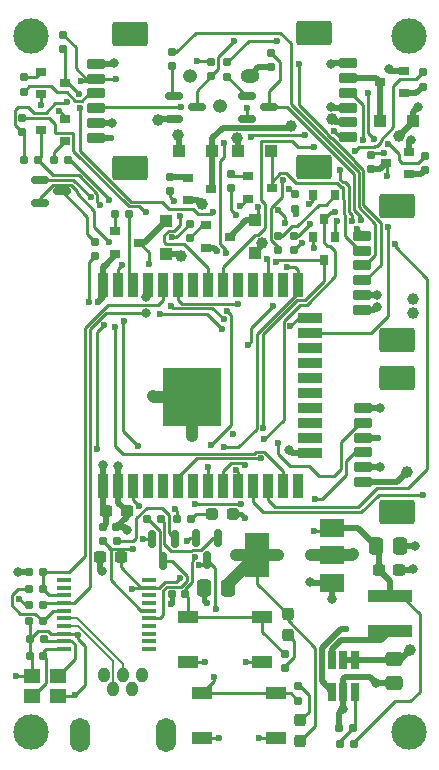
<source format=gbr>
G04 #@! TF.GenerationSoftware,KiCad,Pcbnew,6.0.4-6f826c9f35~116~ubuntu20.04.1*
G04 #@! TF.CreationDate,2022-06-15T17:18:02-05:00*
G04 #@! TF.ProjectId,strike-controller,73747269-6b65-42d6-936f-6e74726f6c6c,rev?*
G04 #@! TF.SameCoordinates,Original*
G04 #@! TF.FileFunction,Copper,L1,Top*
G04 #@! TF.FilePolarity,Positive*
%FSLAX46Y46*%
G04 Gerber Fmt 4.6, Leading zero omitted, Abs format (unit mm)*
G04 Created by KiCad (PCBNEW 6.0.4-6f826c9f35~116~ubuntu20.04.1) date 2022-06-15 17:18:02*
%MOMM*%
%LPD*%
G01*
G04 APERTURE LIST*
G04 Aperture macros list*
%AMRoundRect*
0 Rectangle with rounded corners*
0 $1 Rounding radius*
0 $2 $3 $4 $5 $6 $7 $8 $9 X,Y pos of 4 corners*
0 Add a 4 corners polygon primitive as box body*
4,1,4,$2,$3,$4,$5,$6,$7,$8,$9,$2,$3,0*
0 Add four circle primitives for the rounded corners*
1,1,$1+$1,$2,$3*
1,1,$1+$1,$4,$5*
1,1,$1+$1,$6,$7*
1,1,$1+$1,$8,$9*
0 Add four rect primitives between the rounded corners*
20,1,$1+$1,$2,$3,$4,$5,0*
20,1,$1+$1,$4,$5,$6,$7,0*
20,1,$1+$1,$6,$7,$8,$9,0*
20,1,$1+$1,$8,$9,$2,$3,0*%
G04 Aperture macros list end*
G04 #@! TA.AperFunction,SMDPad,CuDef*
%ADD10RoundRect,0.160000X0.197500X0.160000X-0.197500X0.160000X-0.197500X-0.160000X0.197500X-0.160000X0*%
G04 #@! TD*
G04 #@! TA.AperFunction,SMDPad,CuDef*
%ADD11RoundRect,0.237500X0.300000X0.237500X-0.300000X0.237500X-0.300000X-0.237500X0.300000X-0.237500X0*%
G04 #@! TD*
G04 #@! TA.AperFunction,SMDPad,CuDef*
%ADD12RoundRect,0.250000X-0.337500X-0.475000X0.337500X-0.475000X0.337500X0.475000X-0.337500X0.475000X0*%
G04 #@! TD*
G04 #@! TA.AperFunction,SMDPad,CuDef*
%ADD13RoundRect,0.250000X0.337500X0.475000X-0.337500X0.475000X-0.337500X-0.475000X0.337500X-0.475000X0*%
G04 #@! TD*
G04 #@! TA.AperFunction,SMDPad,CuDef*
%ADD14RoundRect,0.237500X0.237500X-0.287500X0.237500X0.287500X-0.237500X0.287500X-0.237500X-0.287500X0*%
G04 #@! TD*
G04 #@! TA.AperFunction,SMDPad,CuDef*
%ADD15RoundRect,0.237500X-0.287500X-0.237500X0.287500X-0.237500X0.287500X0.237500X-0.287500X0.237500X0*%
G04 #@! TD*
G04 #@! TA.AperFunction,SMDPad,CuDef*
%ADD16R,1.100000X1.100000*%
G04 #@! TD*
G04 #@! TA.AperFunction,SMDPad,CuDef*
%ADD17R,0.900000X0.800000*%
G04 #@! TD*
G04 #@! TA.AperFunction,SMDPad,CuDef*
%ADD18R,0.800000X0.900000*%
G04 #@! TD*
G04 #@! TA.AperFunction,SMDPad,CuDef*
%ADD19RoundRect,0.160000X-0.160000X0.197500X-0.160000X-0.197500X0.160000X-0.197500X0.160000X0.197500X0*%
G04 #@! TD*
G04 #@! TA.AperFunction,SMDPad,CuDef*
%ADD20RoundRect,0.160000X-0.197500X-0.160000X0.197500X-0.160000X0.197500X0.160000X-0.197500X0.160000X0*%
G04 #@! TD*
G04 #@! TA.AperFunction,SMDPad,CuDef*
%ADD21RoundRect,0.160000X0.160000X-0.197500X0.160000X0.197500X-0.160000X0.197500X-0.160000X-0.197500X0*%
G04 #@! TD*
G04 #@! TA.AperFunction,SMDPad,CuDef*
%ADD22R,2.000000X1.500000*%
G04 #@! TD*
G04 #@! TA.AperFunction,SMDPad,CuDef*
%ADD23R,2.000000X3.800000*%
G04 #@! TD*
G04 #@! TA.AperFunction,SMDPad,CuDef*
%ADD24R,1.700000X1.000000*%
G04 #@! TD*
G04 #@! TA.AperFunction,SMDPad,CuDef*
%ADD25R,0.900000X2.000000*%
G04 #@! TD*
G04 #@! TA.AperFunction,SMDPad,CuDef*
%ADD26R,2.000000X0.900000*%
G04 #@! TD*
G04 #@! TA.AperFunction,SMDPad,CuDef*
%ADD27R,5.000000X5.000000*%
G04 #@! TD*
G04 #@! TA.AperFunction,SMDPad,CuDef*
%ADD28RoundRect,0.155000X0.212500X0.155000X-0.212500X0.155000X-0.212500X-0.155000X0.212500X-0.155000X0*%
G04 #@! TD*
G04 #@! TA.AperFunction,SMDPad,CuDef*
%ADD29RoundRect,0.237500X-0.237500X0.287500X-0.237500X-0.287500X0.237500X-0.287500X0.237500X0.287500X0*%
G04 #@! TD*
G04 #@! TA.AperFunction,SMDPad,CuDef*
%ADD30RoundRect,0.200000X0.600000X-0.200000X0.600000X0.200000X-0.600000X0.200000X-0.600000X-0.200000X0*%
G04 #@! TD*
G04 #@! TA.AperFunction,SMDPad,CuDef*
%ADD31RoundRect,0.250000X1.250000X-0.800000X1.250000X0.800000X-1.250000X0.800000X-1.250000X-0.800000X0*%
G04 #@! TD*
G04 #@! TA.AperFunction,ComponentPad*
%ADD32C,3.000000*%
G04 #@! TD*
G04 #@! TA.AperFunction,SMDPad,CuDef*
%ADD33RoundRect,0.200000X-0.600000X0.200000X-0.600000X-0.200000X0.600000X-0.200000X0.600000X0.200000X0*%
G04 #@! TD*
G04 #@! TA.AperFunction,SMDPad,CuDef*
%ADD34RoundRect,0.250000X-1.250000X0.800000X-1.250000X-0.800000X1.250000X-0.800000X1.250000X0.800000X0*%
G04 #@! TD*
G04 #@! TA.AperFunction,SMDPad,CuDef*
%ADD35RoundRect,0.150000X-0.587500X-0.150000X0.587500X-0.150000X0.587500X0.150000X-0.587500X0.150000X0*%
G04 #@! TD*
G04 #@! TA.AperFunction,ComponentPad*
%ADD36O,1.000000X1.300000*%
G04 #@! TD*
G04 #@! TA.AperFunction,ComponentPad*
%ADD37O,1.700000X2.900000*%
G04 #@! TD*
G04 #@! TA.AperFunction,SMDPad,CuDef*
%ADD38RoundRect,0.150000X-0.150000X0.587500X-0.150000X-0.587500X0.150000X-0.587500X0.150000X0.587500X0*%
G04 #@! TD*
G04 #@! TA.AperFunction,SMDPad,CuDef*
%ADD39R,3.700000X1.100000*%
G04 #@! TD*
G04 #@! TA.AperFunction,SMDPad,CuDef*
%ADD40RoundRect,0.250000X-0.475000X0.337500X-0.475000X-0.337500X0.475000X-0.337500X0.475000X0.337500X0*%
G04 #@! TD*
G04 #@! TA.AperFunction,SMDPad,CuDef*
%ADD41RoundRect,0.140000X-0.170000X0.140000X-0.170000X-0.140000X0.170000X-0.140000X0.170000X0.140000X0*%
G04 #@! TD*
G04 #@! TA.AperFunction,SMDPad,CuDef*
%ADD42RoundRect,0.237500X-0.300000X-0.237500X0.300000X-0.237500X0.300000X0.237500X-0.300000X0.237500X0*%
G04 #@! TD*
G04 #@! TA.AperFunction,SMDPad,CuDef*
%ADD43R,0.650000X1.560000*%
G04 #@! TD*
G04 #@! TA.AperFunction,SMDPad,CuDef*
%ADD44R,1.400000X1.200000*%
G04 #@! TD*
G04 #@! TA.AperFunction,SMDPad,CuDef*
%ADD45R,1.270000X0.325000*%
G04 #@! TD*
G04 #@! TA.AperFunction,ComponentPad*
%ADD46O,1.600000X1.200000*%
G04 #@! TD*
G04 #@! TA.AperFunction,ComponentPad*
%ADD47O,1.200000X1.200000*%
G04 #@! TD*
G04 #@! TA.AperFunction,ViaPad*
%ADD48C,1.000000*%
G04 #@! TD*
G04 #@! TA.AperFunction,ViaPad*
%ADD49C,0.600000*%
G04 #@! TD*
G04 #@! TA.AperFunction,ViaPad*
%ADD50C,0.800000*%
G04 #@! TD*
G04 #@! TA.AperFunction,Conductor*
%ADD51C,0.250000*%
G04 #@! TD*
G04 #@! TA.AperFunction,Conductor*
%ADD52C,1.000000*%
G04 #@! TD*
G04 #@! TA.AperFunction,Conductor*
%ADD53C,0.500000*%
G04 #@! TD*
G04 #@! TA.AperFunction,Conductor*
%ADD54C,0.400000*%
G04 #@! TD*
G04 #@! TA.AperFunction,Conductor*
%ADD55C,0.200000*%
G04 #@! TD*
G04 APERTURE END LIST*
D10*
X159847500Y-116880000D03*
X158652500Y-116880000D03*
D11*
X140582500Y-97180000D03*
X138857500Y-97180000D03*
D12*
X161692500Y-100110000D03*
X163767500Y-100110000D03*
D13*
X149207500Y-103690000D03*
X147132500Y-103690000D03*
D14*
X154220000Y-107640000D03*
X154220000Y-105890000D03*
D15*
X147820000Y-97430000D03*
X149570000Y-97430000D03*
D16*
X164840000Y-64130000D03*
X162040000Y-64130000D03*
X144990000Y-66660000D03*
X147790000Y-66660000D03*
X143897500Y-75382500D03*
X143897500Y-72582500D03*
X151450000Y-75290000D03*
X151450000Y-72490000D03*
D17*
X164070000Y-61780000D03*
X164070000Y-59880000D03*
X162070000Y-60830000D03*
X135340000Y-65840000D03*
X135340000Y-63940000D03*
X133340000Y-64890000D03*
X145770000Y-68930000D03*
X145770000Y-70830000D03*
X147770000Y-69880000D03*
X164530000Y-68660000D03*
X164530000Y-66760000D03*
X162530000Y-67710000D03*
X133340000Y-59990000D03*
X133340000Y-61890000D03*
X135340000Y-60940000D03*
X150870000Y-68820000D03*
X150870000Y-70720000D03*
X152870000Y-69770000D03*
D18*
X158250000Y-73940000D03*
X156350000Y-73940000D03*
X157300000Y-75940000D03*
D17*
X139630000Y-73480000D03*
X139630000Y-75380000D03*
X141630000Y-74430000D03*
D18*
X158230000Y-70440000D03*
X156330000Y-70440000D03*
X157280000Y-72440000D03*
D17*
X147300000Y-72970000D03*
X147300000Y-74870000D03*
X149300000Y-73920000D03*
D19*
X165650000Y-60025000D03*
X165650000Y-61220000D03*
D20*
X134455000Y-67420000D03*
X135650000Y-67420000D03*
D10*
X133090000Y-67430000D03*
X131895000Y-67430000D03*
D21*
X144285000Y-70042500D03*
X144285000Y-68847500D03*
X165860000Y-68297500D03*
X165860000Y-67102500D03*
X161260000Y-68167500D03*
X161260000Y-66972500D03*
D19*
X131890000Y-60445000D03*
X131890000Y-61640000D03*
D21*
X149407500Y-69847500D03*
X149407500Y-68652500D03*
X135210000Y-58017500D03*
X135210000Y-56822500D03*
D10*
X140785000Y-72000000D03*
X139590000Y-72000000D03*
D19*
X131740000Y-63840000D03*
X131740000Y-65035000D03*
X153420000Y-73872500D03*
X153420000Y-75067500D03*
X145940000Y-72820000D03*
X145940000Y-74015000D03*
D22*
X157950000Y-103220000D03*
D23*
X151650000Y-100920000D03*
D22*
X157950000Y-100920000D03*
X157950000Y-98620000D03*
D24*
X146930000Y-112565000D03*
X153230000Y-112565000D03*
X146930000Y-116365000D03*
X153230000Y-116365000D03*
X145770000Y-106100000D03*
X152070000Y-106100000D03*
X152070000Y-109900000D03*
X145770000Y-109900000D03*
D25*
X138600000Y-95000000D03*
X139870000Y-95000000D03*
X141140000Y-95000000D03*
X142410000Y-95000000D03*
X143680000Y-95000000D03*
X144950000Y-95000000D03*
X146220000Y-95000000D03*
X147490000Y-95000000D03*
X148760000Y-95000000D03*
X150030000Y-95000000D03*
X151300000Y-95000000D03*
X152570000Y-95000000D03*
X153840000Y-95000000D03*
X155110000Y-95000000D03*
D26*
X156110000Y-92215000D03*
X156110000Y-90945000D03*
X156110000Y-89675000D03*
X156110000Y-88405000D03*
X156110000Y-87135000D03*
X156110000Y-85865000D03*
X156110000Y-84595000D03*
X156110000Y-83325000D03*
X156110000Y-82055000D03*
X156110000Y-80785000D03*
D25*
X155110000Y-78000000D03*
X153840000Y-78000000D03*
X152570000Y-78000000D03*
X151300000Y-78000000D03*
X150030000Y-78000000D03*
X148760000Y-78000000D03*
X147490000Y-78000000D03*
X146220000Y-78000000D03*
X144950000Y-78000000D03*
X143680000Y-78000000D03*
X142410000Y-78000000D03*
X141140000Y-78000000D03*
X139870000Y-78000000D03*
X138600000Y-78000000D03*
D27*
X146100000Y-87500000D03*
D21*
X155100000Y-113200000D03*
X155100000Y-112005000D03*
D28*
X139705000Y-98550000D03*
X138570000Y-98550000D03*
X145537500Y-104210000D03*
X144402500Y-104210000D03*
D19*
X153970000Y-109272500D03*
X153970000Y-110467500D03*
D21*
X154810000Y-71547500D03*
X154810000Y-70352500D03*
D29*
X155302500Y-114870000D03*
X155302500Y-116620000D03*
D30*
X160570000Y-94700000D03*
X160570000Y-93450000D03*
X160570000Y-92200000D03*
X160570000Y-90950000D03*
X160570000Y-89700000D03*
X160570000Y-88450000D03*
D31*
X163470000Y-97250000D03*
X163470000Y-85900000D03*
D30*
X137960000Y-65555000D03*
X137960000Y-64305000D03*
X137960000Y-63055000D03*
X137960000Y-61805000D03*
X137960000Y-60555000D03*
X137960000Y-59305000D03*
D31*
X140860000Y-56755000D03*
X140860000Y-68105000D03*
D16*
X149980000Y-66690000D03*
X152780000Y-66690000D03*
D32*
X132525000Y-115900000D03*
X164490000Y-115900000D03*
X132500000Y-56950000D03*
X164480000Y-56940000D03*
D33*
X159370000Y-59250000D03*
X159370000Y-60500000D03*
X159370000Y-61750000D03*
X159370000Y-63000000D03*
X159370000Y-64250000D03*
X159370000Y-65500000D03*
D34*
X156470000Y-56700000D03*
X156470000Y-68050000D03*
D30*
X160550000Y-80110000D03*
X160550000Y-78860000D03*
X160550000Y-77610000D03*
X160550000Y-76360000D03*
X160550000Y-75110000D03*
X160550000Y-73860000D03*
D31*
X163450000Y-71310000D03*
X163450000Y-82660000D03*
D10*
X146070000Y-97790000D03*
X144875000Y-97790000D03*
D19*
X154770000Y-73855000D03*
X154770000Y-75050000D03*
D35*
X133222500Y-69150000D03*
X133222500Y-71050000D03*
X135097500Y-70100000D03*
D36*
X138667100Y-111025500D03*
X139454500Y-112219300D03*
X140267300Y-111025500D03*
X141080100Y-112244700D03*
X141867500Y-111025500D03*
D37*
X136635100Y-116080100D03*
X143924900Y-116080100D03*
D28*
X133560000Y-107960000D03*
X132425000Y-107960000D03*
D19*
X152810000Y-58400000D03*
X152810000Y-59595000D03*
D35*
X144635000Y-62040000D03*
X144635000Y-63940000D03*
X146510000Y-62990000D03*
D19*
X137940000Y-74365000D03*
X137940000Y-75560000D03*
D38*
X148330000Y-99460000D03*
X146430000Y-99460000D03*
X147380000Y-101335000D03*
D10*
X159792500Y-115492500D03*
X158597500Y-115492500D03*
D39*
X162910000Y-107330000D03*
X162900000Y-104330000D03*
D35*
X150755000Y-62040000D03*
X150755000Y-63940000D03*
X152630000Y-62990000D03*
D21*
X147760000Y-60355000D03*
X147760000Y-59160000D03*
D10*
X143537500Y-97800000D03*
X142342500Y-97800000D03*
D40*
X163230000Y-109645000D03*
X163230000Y-111720000D03*
D21*
X144440000Y-59505000D03*
X144440000Y-58310000D03*
D10*
X133505000Y-102290000D03*
X132310000Y-102290000D03*
D11*
X140072500Y-101090000D03*
X138347500Y-101090000D03*
D41*
X159040000Y-107120000D03*
X159040000Y-108080000D03*
D42*
X161927500Y-102110000D03*
X163652500Y-102110000D03*
D43*
X157990000Y-112470000D03*
X158940000Y-112470000D03*
X159890000Y-112470000D03*
X159890000Y-109770000D03*
X158940000Y-109770000D03*
X157990000Y-109770000D03*
D28*
X133480000Y-106480000D03*
X132345000Y-106480000D03*
D21*
X149090000Y-60375000D03*
X149090000Y-59180000D03*
D10*
X139770000Y-99720000D03*
X138575000Y-99720000D03*
D44*
X134800000Y-111090000D03*
X132600000Y-111090000D03*
X132600000Y-112790000D03*
X134800000Y-112790000D03*
D28*
X133540000Y-109410000D03*
X132405000Y-109410000D03*
D38*
X144650000Y-99505000D03*
X142750000Y-99505000D03*
X143700000Y-101380000D03*
D45*
X135280500Y-102985000D03*
X135280500Y-103635000D03*
X135280500Y-104285000D03*
X135280500Y-104935000D03*
X135280500Y-105585000D03*
X135280500Y-106235000D03*
X135280500Y-106885000D03*
X135280500Y-107535000D03*
X135280500Y-108185000D03*
X135280500Y-108835000D03*
X142519500Y-108835000D03*
X142519500Y-108185000D03*
X142519500Y-107535000D03*
X142519500Y-106885000D03*
X142519500Y-106235000D03*
X142519500Y-105585000D03*
X142519500Y-104935000D03*
X142519500Y-104285000D03*
X142519500Y-103635000D03*
X142519500Y-102985000D03*
D20*
X132330000Y-103760000D03*
X133525000Y-103760000D03*
X132340000Y-105120000D03*
X133535000Y-105120000D03*
D46*
X151030000Y-60310000D03*
D47*
X148490000Y-62850000D03*
X145950000Y-60310000D03*
D48*
X159750000Y-100830000D03*
X149810000Y-100920000D03*
D49*
X161010000Y-61750000D03*
X161540000Y-65660000D03*
X153980000Y-72810000D03*
X151720831Y-71418054D03*
X160120000Y-73280000D03*
X153380000Y-71700000D03*
X158140000Y-64980000D03*
X153850000Y-69120000D03*
X149830000Y-72130000D03*
X150020000Y-79600000D03*
X151110000Y-65510000D03*
X155720133Y-65322333D03*
X145170000Y-62970000D03*
X162737263Y-66044796D03*
X146560000Y-59080000D03*
X139670000Y-60560000D03*
X144630000Y-70930000D03*
X145140000Y-72140000D03*
X142190000Y-71880000D03*
X153210000Y-76090000D03*
X158190000Y-71860000D03*
X154961452Y-72015558D03*
X137540000Y-70610000D03*
X154168090Y-76514500D03*
X154450000Y-81480000D03*
X144340000Y-79820000D03*
X139060000Y-74350000D03*
X148800000Y-80940000D03*
X138370000Y-71260000D03*
X139120000Y-70820000D03*
X152454273Y-75793488D03*
X147930000Y-71870000D03*
X136560000Y-61850000D03*
X136660000Y-63030000D03*
X135548556Y-62553490D03*
X136741858Y-60759392D03*
X152990000Y-79830000D03*
X150870000Y-83060000D03*
X154360486Y-69904367D03*
X162380000Y-66820000D03*
X158680000Y-68300000D03*
X160619446Y-65761912D03*
X155453302Y-74442840D03*
X159680000Y-72570000D03*
X150210000Y-71370000D03*
X156470000Y-66350000D03*
X159960000Y-66670000D03*
X162640000Y-68830000D03*
X162700000Y-73140000D03*
X140203279Y-76294253D03*
X144401693Y-73983489D03*
X143400000Y-80500000D03*
X148639400Y-81712159D03*
X142450000Y-76220000D03*
X153410000Y-91420000D03*
X140390000Y-81060000D03*
X141570000Y-91690000D03*
X146420000Y-96540000D03*
X156500000Y-96150000D03*
X150270000Y-96590000D03*
X149830000Y-93680000D03*
X150570000Y-93280000D03*
X152170000Y-90160000D03*
X149076179Y-80243237D03*
X147730000Y-91560000D03*
X147510000Y-93440000D03*
X148840000Y-66020000D03*
X149040000Y-75280000D03*
X156090000Y-72880000D03*
X158363767Y-72623767D03*
X155993918Y-71182905D03*
X156440000Y-74880000D03*
X152220000Y-91100000D03*
X152000000Y-92700000D03*
D50*
X162050000Y-88450000D03*
X162020000Y-93440000D03*
X138535980Y-102257502D03*
X156140000Y-103200000D03*
X161765500Y-78880000D03*
D49*
X151760000Y-116380000D03*
D50*
X138570000Y-93230000D03*
D49*
X147360000Y-104960000D03*
X133330000Y-62795500D03*
X134889052Y-63264500D03*
X148249794Y-75158430D03*
D48*
X143210000Y-64010000D03*
X146100000Y-90770000D03*
D49*
X136180000Y-112770000D03*
X144330000Y-105050000D03*
X138195500Y-79433387D03*
X150730000Y-109920000D03*
D50*
X164810000Y-102040000D03*
X139380000Y-64280000D03*
D49*
X148380000Y-116380000D03*
D50*
X164655679Y-65779155D03*
D48*
X142840000Y-87440000D03*
D50*
X154320000Y-91960000D03*
D49*
X150790000Y-63060000D03*
X144720000Y-97000000D03*
D50*
X161710000Y-111750000D03*
X162818074Y-59712672D03*
X139560000Y-59230000D03*
D48*
X146970000Y-71140000D03*
D49*
X138720000Y-76400000D03*
D50*
X158950000Y-113940000D03*
D49*
X136450000Y-107680000D03*
D50*
X165040000Y-100120000D03*
D49*
X147220000Y-109910000D03*
D50*
X157940000Y-104610000D03*
D49*
X131200000Y-111100000D03*
X146370177Y-101046969D03*
X148870000Y-91725989D03*
X145076270Y-102866270D03*
X156440000Y-98860000D03*
X131510000Y-104570000D03*
X141060000Y-103800000D03*
D48*
X164870000Y-79200000D03*
D50*
X161773056Y-79913056D03*
D49*
X139280000Y-65580000D03*
D48*
X144960000Y-65350000D03*
D50*
X165265500Y-62985089D03*
D48*
X164580000Y-108910000D03*
D50*
X157924814Y-62923341D03*
D48*
X149920000Y-65590000D03*
X164840000Y-80400000D03*
X164300000Y-93890000D03*
X145160000Y-75590000D03*
X152079175Y-74457059D03*
X163620000Y-65410000D03*
D50*
X157900000Y-59270000D03*
D48*
X157990398Y-63970793D03*
X154518216Y-64515500D03*
D49*
X141620000Y-96730000D03*
X146700000Y-101720000D03*
X148170000Y-105480000D03*
X147960000Y-111230000D03*
X141170000Y-100360000D03*
X145710000Y-99670000D03*
X139600000Y-81570000D03*
X163274500Y-74580000D03*
X160470000Y-72500000D03*
X165660000Y-95770000D03*
X149690000Y-57400000D03*
D50*
X142240000Y-79020000D03*
X142260000Y-80400000D03*
D49*
X153330000Y-57350000D03*
X155160000Y-59340000D03*
X149560000Y-90620000D03*
D50*
X140610000Y-98740000D03*
X139850000Y-93330000D03*
X131390000Y-102290000D03*
D48*
X156230000Y-100920000D03*
D49*
X161900000Y-90950000D03*
X150640000Y-97760000D03*
D48*
X153420000Y-100910000D03*
D49*
X142000000Y-99530000D03*
X138647649Y-81430116D03*
X138110000Y-91920000D03*
X137397793Y-79486930D03*
D51*
X139870000Y-78000000D02*
X139870000Y-76627532D01*
X139870000Y-76627532D02*
X140203279Y-76294253D01*
D52*
X157950000Y-100920000D02*
X159660000Y-100920000D01*
X159660000Y-100920000D02*
X159750000Y-100830000D01*
X151650000Y-100920000D02*
X149810000Y-100920000D01*
D51*
X161777967Y-66234501D02*
X161607967Y-66234501D01*
X162114501Y-65897967D02*
X161777967Y-66234501D01*
X160289520Y-66340480D02*
X159960000Y-66670000D01*
X165650000Y-60025000D02*
X165070489Y-60604511D01*
X163910000Y-67670000D02*
X163660000Y-67420000D01*
X162814796Y-66044796D02*
X162737263Y-66044796D01*
X163660000Y-66890000D02*
X162814796Y-66044796D01*
X165292500Y-67670000D02*
X163910000Y-67670000D01*
X161607967Y-66234501D02*
X161501988Y-66340480D01*
X165860000Y-67102500D02*
X165292500Y-67670000D01*
X160610489Y-65752955D02*
X160619446Y-65761912D01*
X163705489Y-60604511D02*
X163140000Y-61170000D01*
X163660000Y-67420000D02*
X163660000Y-66890000D01*
X159591072Y-61750000D02*
X160610489Y-62769417D01*
X165070489Y-60604511D02*
X163705489Y-60604511D01*
X161010000Y-61750000D02*
X161010000Y-65130000D01*
X163140000Y-64679022D02*
X162114501Y-65704521D01*
X161010000Y-65130000D02*
X161540000Y-65660000D01*
X162114501Y-65704521D02*
X162114501Y-65897967D01*
X160610489Y-62769417D02*
X160610489Y-65752955D01*
X161501988Y-66340480D02*
X160289520Y-66340480D01*
X163140000Y-61170000D02*
X163140000Y-64679022D01*
X153729968Y-73872500D02*
X153420000Y-73872500D01*
X151466549Y-73753451D02*
X148760000Y-76460000D01*
X152825480Y-71957948D02*
X152805499Y-71937967D01*
X152295332Y-71656021D02*
X152290980Y-71660373D01*
X152290980Y-71660373D02*
X152290980Y-73196995D01*
X152290980Y-73196995D02*
X151734524Y-73753451D01*
X153420000Y-74844504D02*
X152825480Y-74249984D01*
X155115006Y-66350000D02*
X154630495Y-65865489D01*
X156470000Y-66350000D02*
X155115006Y-66350000D01*
X151955489Y-65865489D02*
X151955489Y-70840244D01*
X158230000Y-70440000D02*
X157455489Y-71214511D01*
X153980000Y-72810000D02*
X153980000Y-72300000D01*
X152805499Y-71937967D02*
X152805499Y-71462033D01*
X154630495Y-65865489D02*
X151955489Y-65865489D01*
X153740000Y-69230000D02*
X153850000Y-69120000D01*
X160550000Y-73710000D02*
X160120000Y-73280000D01*
X153980000Y-72300000D02*
X153380000Y-71700000D01*
X152805499Y-71462033D02*
X153740000Y-70527532D01*
X151720831Y-71418054D02*
X151720831Y-72219169D01*
X154810000Y-71547500D02*
X154810000Y-71864106D01*
X152825480Y-74249984D02*
X152825480Y-71957948D01*
X157455489Y-71214511D02*
X156845489Y-71214511D01*
X154554501Y-73047967D02*
X153729968Y-73872500D01*
X151734524Y-73753451D02*
X151466549Y-73753451D01*
X153740000Y-70527532D02*
X153740000Y-69230000D01*
X156845489Y-71214511D02*
X155012033Y-73047967D01*
X154810000Y-71864106D02*
X154961452Y-72015558D01*
X148760000Y-76460000D02*
X148760000Y-78000000D01*
X151955489Y-70840244D02*
X152295332Y-71180087D01*
X155012033Y-73047967D02*
X154554501Y-73047967D01*
X152295332Y-71180087D02*
X152295332Y-71656021D01*
X159370000Y-65500000D02*
X158660000Y-65500000D01*
X158660000Y-65500000D02*
X158140000Y-64980000D01*
X155160000Y-62761072D02*
X155160000Y-59340000D01*
X151110000Y-65510000D02*
X151330000Y-65290000D01*
X157953429Y-65554501D02*
X157902033Y-65554501D01*
X151330000Y-65290000D02*
X155687800Y-65290000D01*
X157565499Y-65217967D02*
X157565499Y-65166571D01*
X157565499Y-65166571D02*
X155160000Y-62761072D01*
X160629021Y-71281560D02*
X160629021Y-68287250D01*
D53*
X159370000Y-64250000D02*
X158269605Y-64250000D01*
D51*
X157902033Y-65554501D02*
X157565499Y-65217967D01*
X155687800Y-65290000D02*
X155720133Y-65322333D01*
D53*
X159370000Y-63000000D02*
X158001473Y-63000000D01*
D51*
X160629021Y-68287250D02*
X159859022Y-67517252D01*
D53*
X158269605Y-64250000D02*
X157990398Y-63970793D01*
D51*
X162090489Y-72743028D02*
X160629021Y-71281560D01*
X159859022Y-67460094D02*
X157953429Y-65554501D01*
X160771072Y-77610000D02*
X162090489Y-76290583D01*
D53*
X158001473Y-63000000D02*
X157924814Y-62923341D01*
D51*
X159859022Y-67517252D02*
X159859022Y-67460094D01*
X162090489Y-76290583D02*
X162090489Y-72743028D01*
X160328928Y-75110000D02*
X159070000Y-73851072D01*
X154808619Y-70352500D02*
X154360486Y-69904367D01*
X158381832Y-69386826D02*
X154929294Y-69386826D01*
X154929294Y-69386826D02*
X154087967Y-68545499D01*
X153612033Y-68545499D02*
X152870000Y-69287532D01*
D53*
X151450000Y-75290000D02*
X152079175Y-74660825D01*
D51*
X158904511Y-70759505D02*
X158904511Y-69715489D01*
X158710494Y-69715488D02*
X158381832Y-69386826D01*
X159000489Y-71985482D02*
X159000489Y-70855483D01*
X159000489Y-70855483D02*
X158904511Y-70759505D01*
X152870000Y-69287532D02*
X152870000Y-69770000D01*
X158904511Y-69715489D02*
X158710494Y-69715488D01*
D53*
X152079175Y-74660825D02*
X152079175Y-74457059D01*
D51*
X159070000Y-73851072D02*
X159070000Y-72054994D01*
X159070000Y-72054994D02*
X159000489Y-71985482D01*
X154087967Y-68545499D02*
X153612033Y-68545499D01*
X149830000Y-72130000D02*
X149407500Y-71707500D01*
X149407500Y-71707500D02*
X149407500Y-69847500D01*
X144519511Y-79999511D02*
X144340000Y-79820000D01*
X147859511Y-79999511D02*
X144519511Y-79999511D01*
X148800000Y-80940000D02*
X147859511Y-79999511D01*
X144950000Y-78000000D02*
X144950000Y-79250000D01*
X144950000Y-79250000D02*
X145300000Y-79600000D01*
X145300000Y-79600000D02*
X150020000Y-79600000D01*
X148840000Y-67174511D02*
X148840000Y-66020000D01*
X148530000Y-67484511D02*
X148840000Y-67174511D01*
X148530000Y-74549022D02*
X148530000Y-67484511D01*
X149040000Y-75280000D02*
X149040000Y-75059022D01*
D53*
X147961364Y-74870000D02*
X148249794Y-75158430D01*
D51*
X149040000Y-75059022D02*
X148530000Y-74549022D01*
D53*
X147300000Y-74870000D02*
X147961364Y-74870000D01*
X147790000Y-66660000D02*
X147790000Y-65610000D01*
D51*
X145170000Y-62970000D02*
X138045000Y-62970000D01*
D53*
X147790000Y-65610000D02*
X148709501Y-64690499D01*
X148709501Y-64690499D02*
X154343217Y-64690499D01*
X154343217Y-64690499D02*
X154518216Y-64515500D01*
D51*
X137960000Y-60555000D02*
X139665000Y-60555000D01*
X146560000Y-59080000D02*
X147680000Y-59080000D01*
X139665000Y-60555000D02*
X139670000Y-60560000D01*
X144440000Y-59505000D02*
X144440000Y-61845000D01*
X144440000Y-61845000D02*
X144635000Y-62040000D01*
X143770000Y-74390000D02*
X143937989Y-74557989D01*
X144776511Y-73983489D02*
X144401693Y-73983489D01*
X145940000Y-72820000D02*
X144776511Y-73983489D01*
X144639660Y-73408988D02*
X144163726Y-73408988D01*
X143770000Y-73802714D02*
X143770000Y-74390000D01*
X144285000Y-70042500D02*
X144285000Y-70585000D01*
X144285000Y-70585000D02*
X144630000Y-70930000D01*
X145140000Y-72140000D02*
X145140000Y-72908648D01*
X145140000Y-72908648D02*
X144639660Y-73408988D01*
X144163726Y-73408988D02*
X143770000Y-73802714D01*
X143937989Y-74557989D02*
X145437989Y-74557989D01*
X145437989Y-74557989D02*
X147490000Y-76610000D01*
X147490000Y-76610000D02*
X147490000Y-78000000D01*
X140760000Y-71370000D02*
X141640000Y-71370000D01*
X134565489Y-65115489D02*
X134615489Y-65165489D01*
X134000000Y-63840000D02*
X134565489Y-64405489D01*
X147810000Y-71990000D02*
X147930000Y-71870000D01*
X134615489Y-65165489D02*
X136064511Y-65165489D01*
X152570000Y-78000000D02*
X152570000Y-75909215D01*
X152570000Y-75909215D02*
X152454273Y-75793488D01*
X136660000Y-66696783D02*
X140933706Y-70970489D01*
X140933706Y-70970489D02*
X143600489Y-70970489D01*
X155110000Y-76750000D02*
X154874500Y-76514500D01*
X144184511Y-71554511D02*
X146204511Y-71554511D01*
X155110000Y-78000000D02*
X155110000Y-76750000D01*
X136064511Y-65165489D02*
X136064511Y-66674511D01*
X136660000Y-63030000D02*
X136660000Y-66696783D01*
X134565489Y-64405489D02*
X134565489Y-65115489D01*
X142150000Y-71880000D02*
X142190000Y-71880000D01*
X136064511Y-66674511D02*
X140760000Y-71370000D01*
X154874500Y-76514500D02*
X154168090Y-76514500D01*
X131740000Y-63840000D02*
X134000000Y-63840000D01*
X141980000Y-71710000D02*
X142150000Y-71880000D01*
X143600489Y-70970489D02*
X144184511Y-71554511D01*
X146204511Y-71554511D02*
X146640000Y-71990000D01*
X141640000Y-71370000D02*
X141980000Y-71710000D01*
X146640000Y-71990000D02*
X147810000Y-71990000D01*
X153210000Y-76090000D02*
X153360000Y-75940000D01*
X153360000Y-75940000D02*
X157300000Y-75940000D01*
X131740000Y-65035000D02*
X131145480Y-64440480D01*
X134540000Y-62640000D02*
X135462046Y-62640000D01*
X131145480Y-64440480D02*
X131145480Y-63244520D01*
X131145480Y-63244520D02*
X131430000Y-62960000D01*
X131430000Y-62960000D02*
X132270000Y-62960000D01*
X135462046Y-62640000D02*
X135548556Y-62553490D01*
X132270000Y-62960000D02*
X132730000Y-63420000D01*
X133760000Y-63420000D02*
X134540000Y-62640000D01*
X132730000Y-63420000D02*
X133760000Y-63420000D01*
X158190000Y-71860000D02*
X157860000Y-71860000D01*
X157860000Y-71860000D02*
X157280000Y-72440000D01*
X138370000Y-71260000D02*
X138114501Y-71004501D01*
X139120000Y-70820000D02*
X139120000Y-70740014D01*
X136055970Y-69125970D02*
X137540000Y-70610000D01*
X138114501Y-70299508D02*
X136541452Y-68726459D01*
X133222500Y-70637139D02*
X133222500Y-71050000D01*
X137850000Y-71732468D02*
X136390000Y-70272468D01*
X138114501Y-71004501D02*
X138114501Y-70299508D01*
X134334158Y-69525481D02*
X133222500Y-70637139D01*
X137850000Y-73140000D02*
X137850000Y-71732468D01*
X136541452Y-68726459D02*
X134386459Y-68726459D01*
X135890487Y-69525481D02*
X134334158Y-69525481D01*
X133246530Y-69125970D02*
X136055970Y-69125970D01*
X139060000Y-74350000D02*
X137850000Y-73140000D01*
X136390000Y-70024994D02*
X135890487Y-69525481D01*
X139120000Y-70740014D02*
X135799986Y-67420000D01*
X136390000Y-70272468D02*
X136390000Y-70024994D01*
X134386459Y-68726459D02*
X133090000Y-67430000D01*
X153875499Y-81088527D02*
X155290004Y-79674022D01*
X157830000Y-74680000D02*
X157590978Y-74680000D01*
X158270000Y-77274994D02*
X158270000Y-75120000D01*
X155870973Y-79674021D02*
X158270000Y-77274994D01*
X137275499Y-73700499D02*
X137275499Y-72277999D01*
X137940000Y-74365000D02*
X137275499Y-73700499D01*
X147427241Y-80500000D02*
X148639400Y-81712159D01*
X149414501Y-80581559D02*
X149076179Y-80243237D01*
X153875499Y-89444501D02*
X153875499Y-81088527D01*
X137275499Y-72277999D02*
X135097500Y-70100000D01*
X158270000Y-75120000D02*
X157830000Y-74680000D01*
X157280000Y-74369022D02*
X157280000Y-72440000D01*
X152220000Y-91100000D02*
X153875499Y-89444501D01*
X156110000Y-80785000D02*
X155145000Y-80785000D01*
X157590978Y-74680000D02*
X157280000Y-74369022D01*
X155145000Y-80785000D02*
X154450000Y-81480000D01*
X155290004Y-79674022D02*
X155870973Y-79674021D01*
X143400000Y-80500000D02*
X147427241Y-80500000D01*
X149414501Y-89875499D02*
X149414501Y-80581559D01*
X147730000Y-91560000D02*
X149414501Y-89875499D01*
X135650000Y-60940000D02*
X136560000Y-61850000D01*
X134166467Y-61165489D02*
X134696477Y-61695499D01*
X132364511Y-61165489D02*
X134166467Y-61165489D01*
X135340000Y-63715448D02*
X134889052Y-63264500D01*
X137755608Y-60759392D02*
X136741858Y-60759392D01*
X131890000Y-61640000D02*
X132364511Y-61165489D01*
X136249508Y-62424501D02*
X136797967Y-62424501D01*
X134696477Y-61695499D02*
X135520506Y-61695499D01*
X135520506Y-61695499D02*
X136249508Y-62424501D01*
X136797967Y-62424501D02*
X137417468Y-61805000D01*
X133340000Y-62785500D02*
X133330000Y-62795500D01*
X133340000Y-61890000D02*
X133340000Y-62785500D01*
X150870000Y-83060000D02*
X151150000Y-82780000D01*
X151150000Y-82780000D02*
X151150000Y-81670000D01*
X151150000Y-81670000D02*
X152990000Y-79830000D01*
X162380000Y-66820000D02*
X161412500Y-66820000D01*
X159400000Y-69645985D02*
X159400000Y-71820000D01*
X159799510Y-68587727D02*
X159799511Y-71629511D01*
X159069993Y-69315978D02*
X159400000Y-69645985D01*
X160470000Y-72300000D02*
X160470000Y-72500000D01*
X158680000Y-69120000D02*
X158875978Y-69315978D01*
X154201783Y-62990000D02*
X159799510Y-68587727D01*
X158250000Y-72737534D02*
X158363767Y-72623767D01*
X159799511Y-71629511D02*
X160470000Y-72300000D01*
X158875978Y-69315978D02*
X159069993Y-69315978D01*
X152630000Y-62990000D02*
X154201783Y-62990000D01*
X159400000Y-71820000D02*
X159680000Y-72100000D01*
X155453302Y-74442840D02*
X155377160Y-74442840D01*
X158250000Y-73940000D02*
X158250000Y-72737534D01*
X159680000Y-72100000D02*
X159680000Y-72570000D01*
X158680000Y-68300000D02*
X158680000Y-69120000D01*
X155377160Y-74442840D02*
X154770000Y-75050000D01*
X150870000Y-68820000D02*
X149575000Y-68820000D01*
X150860000Y-70720000D02*
X150210000Y-71370000D01*
D53*
X150730000Y-72490000D02*
X151450000Y-72490000D01*
X149300000Y-73920000D02*
X150730000Y-72490000D01*
X161745500Y-78860000D02*
X161765500Y-78880000D01*
D51*
X166040000Y-93620000D02*
X166040000Y-77520000D01*
X161810000Y-95240000D02*
X164420000Y-95240000D01*
X162640000Y-68830000D02*
X162640000Y-67820000D01*
X153170000Y-96850000D02*
X160200000Y-96850000D01*
X152570000Y-96250000D02*
X153170000Y-96850000D01*
X166040000Y-77520000D02*
X163274500Y-74754500D01*
X156110000Y-82055000D02*
X161263217Y-82055000D01*
X160200000Y-96850000D02*
X161810000Y-95240000D01*
D53*
X160550000Y-78860000D02*
X161745500Y-78860000D01*
D51*
X152570000Y-95000000D02*
X152570000Y-96250000D01*
X162700000Y-80618217D02*
X162700000Y-73140000D01*
X161263217Y-82055000D02*
X162700000Y-80618217D01*
X164420000Y-95240000D02*
X166040000Y-93620000D01*
X163274500Y-74754500D02*
X163274500Y-74580000D01*
X142450000Y-76220000D02*
X142450000Y-75250000D01*
X142450000Y-75250000D02*
X141630000Y-74430000D01*
X159149511Y-94140489D02*
X157140000Y-96150000D01*
X156840000Y-94170000D02*
X156000000Y-93330000D01*
X159909022Y-92200000D02*
X159149511Y-92959511D01*
X156840000Y-94170000D02*
X158170000Y-94170000D01*
X156000000Y-93330000D02*
X154450000Y-93330000D01*
X153410000Y-92290000D02*
X154450000Y-93330000D01*
X160348928Y-89700000D02*
X158750000Y-91298928D01*
X158750000Y-91298928D02*
X158750000Y-93590000D01*
X159149511Y-92959511D02*
X159149511Y-94140489D01*
X153410000Y-92290000D02*
X153410000Y-91420000D01*
X158750000Y-93590000D02*
X158170000Y-94170000D01*
X157140000Y-96150000D02*
X156500000Y-96150000D01*
X151300000Y-96430000D02*
X151300000Y-95000000D01*
X160430000Y-97270000D02*
X152140000Y-97270000D01*
X161930000Y-95770000D02*
X160430000Y-97270000D01*
X152140000Y-97270000D02*
X151300000Y-96430000D01*
X165660000Y-95770000D02*
X161930000Y-95770000D01*
D54*
X150310000Y-97430000D02*
X150640000Y-97760000D01*
X149570000Y-97430000D02*
X150310000Y-97430000D01*
D51*
X150270000Y-96590000D02*
X146470000Y-96590000D01*
X146470000Y-96590000D02*
X146420000Y-96540000D01*
X140250000Y-81200000D02*
X140390000Y-81060000D01*
X141570000Y-91690000D02*
X140250000Y-90370000D01*
X140250000Y-90370000D02*
X140250000Y-81200000D01*
X150395499Y-93105499D02*
X150570000Y-93280000D01*
X149404501Y-93105499D02*
X150395499Y-93105499D01*
X148760000Y-93750000D02*
X149404501Y-93105499D01*
X148760000Y-95000000D02*
X148760000Y-93750000D01*
X150030000Y-95000000D02*
X150030000Y-93880000D01*
X150030000Y-93880000D02*
X149830000Y-93680000D01*
X151595499Y-90184501D02*
X150054011Y-91725989D01*
X150054011Y-91725989D02*
X148870000Y-91725989D01*
X155110000Y-78655992D02*
X151595499Y-82170493D01*
X152170000Y-82160985D02*
X155056474Y-79274511D01*
X151595499Y-82170493D02*
X151595499Y-90184501D01*
X152170000Y-90160000D02*
X152170000Y-82160985D01*
X155056474Y-79274511D02*
X155705489Y-79274511D01*
X157300000Y-77680000D02*
X157300000Y-75940000D01*
X155705489Y-79274511D02*
X157300000Y-77680000D01*
X147490000Y-93460000D02*
X147510000Y-93440000D01*
X147490000Y-95000000D02*
X147490000Y-93460000D01*
X152870000Y-69770000D02*
X152870000Y-66780000D01*
X154770000Y-73855000D02*
X155115000Y-73855000D01*
X155115000Y-73855000D02*
X156090000Y-72880000D01*
X156330000Y-70846823D02*
X155993918Y-71182905D01*
X156330000Y-70440000D02*
X156330000Y-70846823D01*
X156350000Y-73940000D02*
X156350000Y-74790000D01*
X156350000Y-74790000D02*
X156440000Y-74880000D01*
X144950000Y-94270978D02*
X146520978Y-92700000D01*
X151377043Y-92300489D02*
X140270489Y-92300489D01*
X153840000Y-95000000D02*
X153840000Y-93727532D01*
X152237967Y-92125499D02*
X151552033Y-92125499D01*
X146520978Y-92700000D02*
X152000000Y-92700000D01*
X151552033Y-92125499D02*
X151377043Y-92300489D01*
X139600000Y-91630000D02*
X139600000Y-81570000D01*
X153840000Y-93727532D02*
X152237967Y-92125499D01*
X140270489Y-92300489D02*
X139600000Y-91630000D01*
D53*
X164740000Y-102110000D02*
X164810000Y-102040000D01*
X139355000Y-64305000D02*
X139380000Y-64280000D01*
D51*
X132600000Y-109605000D02*
X132405000Y-109410000D01*
D53*
X163230000Y-111720000D02*
X161740000Y-111720000D01*
X145770000Y-70830000D02*
X146660000Y-70830000D01*
X139630000Y-75490000D02*
X138720000Y-76400000D01*
X138600000Y-96922500D02*
X138857500Y-97180000D01*
D51*
X144875000Y-97790000D02*
X144875000Y-97155000D01*
X132425000Y-107960000D02*
X133059520Y-107325480D01*
X150750000Y-109900000D02*
X150730000Y-109920000D01*
X132600000Y-111090000D02*
X132600000Y-109605000D01*
D53*
X138600000Y-93260000D02*
X138570000Y-93230000D01*
D51*
X136450000Y-107680000D02*
X136450000Y-108000000D01*
D53*
X164530000Y-66760000D02*
X164530000Y-65904834D01*
D51*
X133971123Y-107325480D02*
X134180643Y-107535000D01*
D53*
X137960000Y-64305000D02*
X139355000Y-64305000D01*
D51*
X153230000Y-116365000D02*
X151775000Y-116365000D01*
D53*
X138347500Y-101090000D02*
X138347500Y-102069022D01*
X162010000Y-93450000D02*
X162020000Y-93440000D01*
X158940000Y-112470000D02*
X158940000Y-113930000D01*
X160570000Y-88450000D02*
X162050000Y-88450000D01*
D52*
X146100000Y-87500000D02*
X146100000Y-90770000D01*
D54*
X147132500Y-103690000D02*
X147132500Y-104732500D01*
D53*
X163767500Y-100110000D02*
X165030000Y-100110000D01*
D51*
X134180643Y-107535000D02*
X135280500Y-107535000D01*
X147210000Y-109900000D02*
X147220000Y-109910000D01*
D53*
X161200489Y-111240489D02*
X161710000Y-111750000D01*
D51*
X152070000Y-109900000D02*
X150750000Y-109900000D01*
X137060000Y-108610000D02*
X137060000Y-111890000D01*
X151775000Y-116365000D02*
X151760000Y-116380000D01*
D53*
X138600000Y-79028887D02*
X138195500Y-79433387D01*
X158940000Y-111415978D02*
X159115489Y-111240489D01*
D51*
X132405000Y-109410000D02*
X132405000Y-107980000D01*
X136160000Y-112790000D02*
X136180000Y-112770000D01*
X144875000Y-97155000D02*
X144720000Y-97000000D01*
D53*
X158597500Y-115492500D02*
X158597500Y-114292500D01*
X160570000Y-93450000D02*
X162010000Y-93450000D01*
X146660000Y-70830000D02*
X146970000Y-71140000D01*
X165030000Y-100110000D02*
X165040000Y-100120000D01*
D51*
X132600000Y-111090000D02*
X131210000Y-111090000D01*
D53*
X139485000Y-59305000D02*
X139560000Y-59230000D01*
D51*
X136450000Y-108000000D02*
X137060000Y-108610000D01*
D53*
X158940000Y-112470000D02*
X158940000Y-111415978D01*
D51*
X132425000Y-107960000D02*
X132425000Y-106560000D01*
D53*
X138857500Y-98262500D02*
X138570000Y-98550000D01*
D54*
X147132500Y-104732500D02*
X147360000Y-104960000D01*
D51*
X136305000Y-107535000D02*
X136450000Y-107680000D01*
D53*
X164070000Y-59880000D02*
X162985402Y-59880000D01*
X159115489Y-111240489D02*
X161200489Y-111240489D01*
X163652500Y-102110000D02*
X164740000Y-102110000D01*
D51*
X150755000Y-63095000D02*
X150790000Y-63060000D01*
D52*
X146100000Y-87500000D02*
X142900000Y-87500000D01*
D51*
X150755000Y-63940000D02*
X150755000Y-63095000D01*
D53*
X138347500Y-102069022D02*
X138535980Y-102257502D01*
D51*
X134800000Y-112790000D02*
X136160000Y-112790000D01*
D53*
X138600000Y-78000000D02*
X138600000Y-79028887D01*
X154575000Y-92215000D02*
X154320000Y-91960000D01*
X138600000Y-95000000D02*
X138600000Y-93260000D01*
D51*
X137060000Y-111890000D02*
X136180000Y-112770000D01*
D53*
X156110000Y-92215000D02*
X154575000Y-92215000D01*
D51*
X133059520Y-107325480D02*
X133971123Y-107325480D01*
D53*
X138600000Y-78000000D02*
X138600000Y-76520000D01*
X158597500Y-114292500D02*
X158950000Y-113940000D01*
D51*
X131210000Y-111090000D02*
X131200000Y-111100000D01*
D53*
X164530000Y-65904834D02*
X164655679Y-65779155D01*
X161740000Y-111720000D02*
X161710000Y-111750000D01*
X138857500Y-97180000D02*
X138857500Y-98262500D01*
X137960000Y-59305000D02*
X139485000Y-59305000D01*
X138600000Y-76520000D02*
X138720000Y-76400000D01*
D51*
X148365000Y-116365000D02*
X148380000Y-116380000D01*
X135280500Y-107535000D02*
X136305000Y-107535000D01*
D53*
X156160000Y-103220000D02*
X156140000Y-103200000D01*
D51*
X145770000Y-109900000D02*
X147210000Y-109900000D01*
D53*
X143280000Y-63940000D02*
X143210000Y-64010000D01*
X157950000Y-103220000D02*
X157950000Y-104600000D01*
D54*
X144402500Y-104977500D02*
X144330000Y-105050000D01*
D51*
X146930000Y-116365000D02*
X148365000Y-116365000D01*
D53*
X158940000Y-113930000D02*
X158950000Y-113940000D01*
X162985402Y-59880000D02*
X162818074Y-59712672D01*
X157950000Y-104600000D02*
X157940000Y-104610000D01*
X157950000Y-103220000D02*
X156160000Y-103220000D01*
D52*
X142900000Y-87500000D02*
X142840000Y-87440000D01*
D54*
X144402500Y-104210000D02*
X144402500Y-104977500D01*
D53*
X144635000Y-63940000D02*
X143280000Y-63940000D01*
X138600000Y-95000000D02*
X138600000Y-96922500D01*
D51*
X146125499Y-103194501D02*
X146125499Y-101482033D01*
X145770000Y-104442500D02*
X145537500Y-104210000D01*
X145537500Y-103782500D02*
X146125499Y-103194501D01*
X146220480Y-101196666D02*
X146370177Y-101046969D01*
X145537500Y-104210000D02*
X145537500Y-103782500D01*
X145770000Y-106100000D02*
X145770000Y-104442500D01*
X145770000Y-106100000D02*
X152070000Y-106100000D01*
X146125499Y-101482033D02*
X146220480Y-101387052D01*
X152070000Y-107372500D02*
X152070000Y-106100000D01*
X146220480Y-101387052D02*
X146220480Y-101196666D01*
X153970000Y-109272500D02*
X152070000Y-107372500D01*
X136190000Y-108453179D02*
X135921821Y-108185000D01*
X133785000Y-108185000D02*
X133560000Y-107960000D01*
X136190000Y-109700000D02*
X136190000Y-108453179D01*
X135280500Y-108185000D02*
X133785000Y-108185000D01*
X135921821Y-108185000D02*
X135280500Y-108185000D01*
X134800000Y-111090000D02*
X136190000Y-109700000D01*
X133510000Y-109080000D02*
X133755000Y-108835000D01*
X133760000Y-111730000D02*
X133760000Y-109630000D01*
X133760000Y-109630000D02*
X133540000Y-109410000D01*
X133755000Y-108835000D02*
X135280500Y-108835000D01*
X133540000Y-109410000D02*
X133540000Y-109110000D01*
X132700000Y-112790000D02*
X133760000Y-111730000D01*
X133540000Y-109110000D02*
X133510000Y-109080000D01*
X132060000Y-105120000D02*
X131510000Y-104570000D01*
X140072500Y-101090000D02*
X140072500Y-101884522D01*
X165390000Y-105890000D02*
X163830000Y-104330000D01*
X165390000Y-112450000D02*
X165390000Y-105890000D01*
X159802500Y-116752500D02*
X163275000Y-113280000D01*
X164560000Y-113280000D02*
X165390000Y-112450000D01*
D53*
X160202500Y-98620000D02*
X157950000Y-98620000D01*
D51*
X144766570Y-103175970D02*
X145076270Y-102866270D01*
X140072500Y-101884522D02*
X141822978Y-103635000D01*
X143825893Y-103175970D02*
X144766570Y-103175970D01*
X141822978Y-103635000D02*
X142519500Y-103635000D01*
D53*
X161692500Y-100110000D02*
X160202500Y-98620000D01*
D51*
X156440000Y-98860000D02*
X157710000Y-98860000D01*
X143366863Y-103635000D02*
X143825893Y-103175970D01*
D53*
X162900000Y-104330000D02*
X162900000Y-103082500D01*
X161927500Y-102110000D02*
X161927500Y-100345000D01*
D51*
X141225000Y-103635000D02*
X141060000Y-103800000D01*
D53*
X162900000Y-103082500D02*
X161927500Y-102110000D01*
D51*
X142519500Y-103635000D02*
X141225000Y-103635000D01*
X163275000Y-113280000D02*
X164560000Y-113280000D01*
X142519500Y-103635000D02*
X143366863Y-103635000D01*
X132340000Y-105120000D02*
X132060000Y-105120000D01*
X132330000Y-103760000D02*
X131380000Y-103760000D01*
X130880000Y-105130000D02*
X131595480Y-105845480D01*
X131380000Y-103760000D02*
X130880000Y-104260000D01*
X134375000Y-105585000D02*
X135280500Y-105585000D01*
X133480000Y-106480000D02*
X134375000Y-105585000D01*
X132845480Y-105845480D02*
X133480000Y-106480000D01*
X131595480Y-105845480D02*
X132845480Y-105845480D01*
X130880000Y-104260000D02*
X130880000Y-105130000D01*
X156040000Y-114132500D02*
X155302500Y-114870000D01*
X155285000Y-112005000D02*
X156040000Y-112760000D01*
X156040000Y-112760000D02*
X156040000Y-114132500D01*
X154720000Y-109494504D02*
X153970000Y-110244504D01*
X154220000Y-107640000D02*
X154720000Y-108140000D01*
X154720000Y-108140000D02*
X154720000Y-109494504D01*
X147820000Y-97430000D02*
X146430000Y-97430000D01*
X146430000Y-97430000D02*
X146070000Y-97790000D01*
D53*
X159370000Y-60500000D02*
X161740000Y-60500000D01*
X162070000Y-60830000D02*
X162070000Y-64100000D01*
X161740000Y-60500000D02*
X162070000Y-60830000D01*
X163490000Y-94700000D02*
X160570000Y-94700000D01*
X144990000Y-66660000D02*
X144990000Y-65380000D01*
X164840000Y-64130000D02*
X164840000Y-63410589D01*
X159890000Y-109770000D02*
X163105000Y-109770000D01*
X160550000Y-80110000D02*
X161576112Y-80110000D01*
X158940000Y-109770000D02*
X159890000Y-109770000D01*
X139255000Y-65555000D02*
X139280000Y-65580000D01*
X143897500Y-75382500D02*
X144952500Y-75382500D01*
X161576112Y-80110000D02*
X161773056Y-79913056D01*
X163230000Y-109645000D02*
X163845000Y-109645000D01*
X163845000Y-109645000D02*
X164580000Y-108910000D01*
X157920000Y-59250000D02*
X157900000Y-59270000D01*
X159370000Y-59250000D02*
X157920000Y-59250000D01*
X164840000Y-63410589D02*
X165265500Y-62985089D01*
X144952500Y-75382500D02*
X145160000Y-75590000D01*
X149980000Y-65650000D02*
X149920000Y-65590000D01*
X144990000Y-65380000D02*
X144960000Y-65350000D01*
X149980000Y-66690000D02*
X149980000Y-65650000D01*
X137960000Y-65555000D02*
X139255000Y-65555000D01*
X164840000Y-64190000D02*
X163620000Y-65410000D01*
X164300000Y-93890000D02*
X163490000Y-94700000D01*
X147790000Y-66660000D02*
X147790000Y-69860000D01*
X142050000Y-74430000D02*
X143897500Y-72582500D01*
X141630000Y-74430000D02*
X142050000Y-74430000D01*
D51*
X147960000Y-111230000D02*
X147960000Y-111535000D01*
X153230000Y-112565000D02*
X154465000Y-112565000D01*
X146700000Y-101720000D02*
X146995000Y-101720000D01*
X141140000Y-95000000D02*
X141140000Y-96250000D01*
X146930000Y-112565000D02*
X153230000Y-112565000D01*
X141140000Y-96250000D02*
X141620000Y-96730000D01*
X148044520Y-105354520D02*
X148170000Y-105480000D01*
X146995000Y-101720000D02*
X147380000Y-101335000D01*
X154465000Y-112565000D02*
X155100000Y-113200000D01*
X147960000Y-111535000D02*
X146930000Y-112565000D01*
X148044520Y-101999520D02*
X148044520Y-105354520D01*
X147380000Y-101335000D02*
X148044520Y-101999520D01*
D53*
X157094511Y-108761467D02*
X158735978Y-107120000D01*
X157990000Y-112470000D02*
X157094511Y-111574511D01*
X158735978Y-107120000D02*
X159040000Y-107120000D01*
X157094511Y-111574511D02*
X157094511Y-108761467D01*
D55*
X139454500Y-112219300D02*
X139454500Y-109836676D01*
X136502824Y-106885000D02*
X135280500Y-106885000D01*
X139454500Y-109836676D02*
X136502824Y-106885000D01*
X140267300Y-111025500D02*
X140267300Y-110094483D01*
X140267300Y-110094483D02*
X136407817Y-106235000D01*
X136407817Y-106235000D02*
X135280500Y-106235000D01*
D51*
X139260480Y-103022502D02*
X141822978Y-105585000D01*
X141822978Y-105585000D02*
X142519500Y-105585000D01*
X138575000Y-99720000D02*
X139260480Y-100405480D01*
X141150480Y-100340480D02*
X139195480Y-100340480D01*
X145920000Y-99460000D02*
X145710000Y-99670000D01*
X139260480Y-100405480D02*
X139260480Y-103022502D01*
X141170000Y-100360000D02*
X141150480Y-100340480D01*
X139195480Y-100340480D02*
X138575000Y-99720000D01*
X146430000Y-99460000D02*
X145920000Y-99460000D01*
X146904671Y-100472468D02*
X147917139Y-99460000D01*
X143793460Y-98055960D02*
X143793460Y-99986321D01*
X147917139Y-99460000D02*
X148330000Y-99460000D01*
X144324159Y-100517020D02*
X146087658Y-100517020D01*
X143537500Y-97800000D02*
X143793460Y-98055960D01*
X146087658Y-100517020D02*
X146132210Y-100472468D01*
X143793460Y-99986321D02*
X144324159Y-100517020D01*
X146132210Y-100472468D02*
X146904671Y-100472468D01*
X143393949Y-101073949D02*
X143700000Y-101380000D01*
X143991377Y-103575480D02*
X145179526Y-103575480D01*
X143700000Y-105939500D02*
X143700000Y-103866857D01*
X145684501Y-103070505D02*
X145684501Y-102662033D01*
X144402468Y-101380000D02*
X143700000Y-101380000D01*
X142519500Y-106235000D02*
X143404500Y-106235000D01*
X145179526Y-103575480D02*
X145684501Y-103070505D01*
X143404500Y-106235000D02*
X143700000Y-105939500D01*
X143700000Y-103866857D02*
X143991377Y-103575480D01*
X143393949Y-98811088D02*
X143393949Y-101073949D01*
X145684501Y-102662033D02*
X144402468Y-101380000D01*
X142382861Y-97800000D02*
X143393949Y-98811088D01*
X144650000Y-99505000D02*
X144192980Y-99047980D01*
X143589504Y-96880000D02*
X142290496Y-96880000D01*
X141425499Y-99404501D02*
X141110000Y-99720000D01*
X144192980Y-97483476D02*
X143589504Y-96880000D01*
X142290496Y-96880000D02*
X141425499Y-97744997D01*
X144192980Y-99047980D02*
X144192980Y-97483476D01*
X141110000Y-99720000D02*
X139770000Y-99720000D01*
X141425499Y-97744997D02*
X141425499Y-99404501D01*
D53*
X165090000Y-61780000D02*
X165650000Y-61220000D01*
X164070000Y-61780000D02*
X165090000Y-61780000D01*
D51*
X133340000Y-64890000D02*
X133340000Y-67180000D01*
X133340000Y-67180000D02*
X133090000Y-67430000D01*
X134455000Y-66725000D02*
X135340000Y-65840000D01*
X134455000Y-67420000D02*
X134455000Y-66725000D01*
D53*
X144285000Y-68847500D02*
X145687500Y-68847500D01*
X161260000Y-68167500D02*
X162072500Y-68167500D01*
X162072500Y-68167500D02*
X162530000Y-67710000D01*
X164530000Y-68660000D02*
X165497500Y-68660000D01*
X165497500Y-68660000D02*
X165860000Y-68297500D01*
D51*
X135340000Y-60940000D02*
X135340000Y-58147500D01*
X131890000Y-60445000D02*
X132885000Y-60445000D01*
X132885000Y-60445000D02*
X133340000Y-59990000D01*
X153550000Y-60680000D02*
X153550000Y-59140000D01*
X153550000Y-59140000D02*
X152810000Y-58400000D01*
X152630000Y-61600000D02*
X153550000Y-60680000D01*
X152630000Y-62990000D02*
X152630000Y-61600000D01*
X139630000Y-73480000D02*
X139630000Y-72040000D01*
X147760000Y-60355000D02*
X148354520Y-59760480D01*
X148354520Y-59760480D02*
X148354520Y-58735480D01*
X148354520Y-58735480D02*
X149690000Y-57400000D01*
X146510000Y-62990000D02*
X146510000Y-61605000D01*
X146510000Y-61605000D02*
X147760000Y-60355000D01*
X146985000Y-72970000D02*
X145940000Y-74015000D01*
X135280500Y-104935000D02*
X133720000Y-104935000D01*
X138410044Y-80855295D02*
X138865339Y-80400000D01*
X142240000Y-79020000D02*
X142240000Y-78170000D01*
X136165500Y-104935000D02*
X137480000Y-103620500D01*
X135280500Y-104935000D02*
X136165500Y-104935000D01*
X137480000Y-103620500D02*
X137480000Y-81785297D01*
X138865339Y-80400000D02*
X142260000Y-80400000D01*
X138410002Y-80855295D02*
X138410044Y-80855295D01*
X137480000Y-81785297D02*
X138410002Y-80855295D01*
X137080489Y-81619815D02*
X138974805Y-79725499D01*
X134050000Y-104285000D02*
X133525000Y-103760000D01*
X143680000Y-79250000D02*
X143680000Y-78000000D01*
X135731806Y-102290000D02*
X137080489Y-100941317D01*
X138974805Y-79725499D02*
X143204501Y-79725499D01*
X133505000Y-102290000D02*
X135731806Y-102290000D01*
X135280500Y-104285000D02*
X134050000Y-104285000D01*
X143204501Y-79725499D02*
X143680000Y-79250000D01*
X137080489Y-100941317D02*
X137080489Y-81619815D01*
X133525000Y-103760000D02*
X133525000Y-102310000D01*
X150920000Y-57350000D02*
X149090000Y-59180000D01*
X153330000Y-57350000D02*
X150920000Y-57350000D01*
X140785000Y-72000000D02*
X140785000Y-77645000D01*
X140785000Y-77645000D02*
X141140000Y-78000000D01*
X154470000Y-57570000D02*
X153560000Y-56660000D01*
X160771072Y-76360000D02*
X161650490Y-75480582D01*
X161650490Y-75480582D02*
X161650490Y-72868022D01*
X144790000Y-58310000D02*
X144440000Y-58310000D01*
X153560000Y-56660000D02*
X146440000Y-56660000D01*
X160229511Y-68452734D02*
X154470000Y-62693223D01*
X146440000Y-56660000D02*
X144790000Y-58310000D01*
X160229511Y-71447043D02*
X160229511Y-68452734D01*
X161650490Y-72868022D02*
X160229511Y-71447043D01*
X154470000Y-62693223D02*
X154470000Y-57570000D01*
D53*
X157990000Y-109770000D02*
X157990000Y-108815978D01*
X159040000Y-108080000D02*
X162160000Y-108080000D01*
X157990000Y-108815978D02*
X158725978Y-108080000D01*
X162160000Y-108080000D02*
X162910000Y-107330000D01*
X158725978Y-108080000D02*
X159040000Y-108080000D01*
D51*
X158607500Y-116677500D02*
X159792500Y-115492500D01*
X159890000Y-115395000D02*
X159890000Y-112470000D01*
D53*
X139870000Y-95000000D02*
X139870000Y-93350000D01*
D52*
X157950000Y-100920000D02*
X156230000Y-100920000D01*
D53*
X139870000Y-96467500D02*
X140582500Y-97180000D01*
D51*
X137165000Y-60555000D02*
X137960000Y-60555000D01*
X156570000Y-115352500D02*
X156570000Y-108740895D01*
D53*
X139870000Y-93350000D02*
X139850000Y-93330000D01*
X132310000Y-102290000D02*
X131390000Y-102290000D01*
X139705000Y-98550000D02*
X140420000Y-98550000D01*
D51*
X136280000Y-59670000D02*
X137165000Y-60555000D01*
D53*
X139870000Y-95000000D02*
X139870000Y-96467500D01*
X160570000Y-90950000D02*
X161900000Y-90950000D01*
X140420000Y-98550000D02*
X140610000Y-98740000D01*
D51*
X131895000Y-67430000D02*
X131895000Y-65190000D01*
D52*
X149207500Y-103690000D02*
X149207500Y-103362500D01*
D51*
X155302500Y-116620000D02*
X156570000Y-115352500D01*
D53*
X140582500Y-97180000D02*
X140582500Y-97672500D01*
X151745000Y-59595000D02*
X151030000Y-60310000D01*
D52*
X151650000Y-100920000D02*
X153410000Y-100920000D01*
D53*
X152810000Y-59595000D02*
X151745000Y-59595000D01*
D51*
X154220000Y-106390895D02*
X154220000Y-105890000D01*
D52*
X153410000Y-100920000D02*
X153420000Y-100910000D01*
D51*
X154220000Y-105890000D02*
X151650000Y-103320000D01*
X135210000Y-56822500D02*
X136280000Y-57892500D01*
X136280000Y-57892500D02*
X136280000Y-59670000D01*
D52*
X149207500Y-103362500D02*
X151650000Y-100920000D01*
D51*
X151650000Y-103320000D02*
X151650000Y-100920000D01*
D53*
X140582500Y-97672500D02*
X139705000Y-98550000D01*
D51*
X156570000Y-108740895D02*
X154220000Y-106390895D01*
X137397793Y-76102207D02*
X137397793Y-79486930D01*
X138110000Y-81967765D02*
X138647649Y-81430116D01*
X137940000Y-75560000D02*
X137397793Y-76102207D01*
X138110000Y-91920000D02*
X138110000Y-81967765D01*
X142750000Y-99505000D02*
X142025000Y-99505000D01*
X142025000Y-99505000D02*
X142000000Y-99530000D01*
X150755000Y-62040000D02*
X149090000Y-60375000D01*
M02*

</source>
